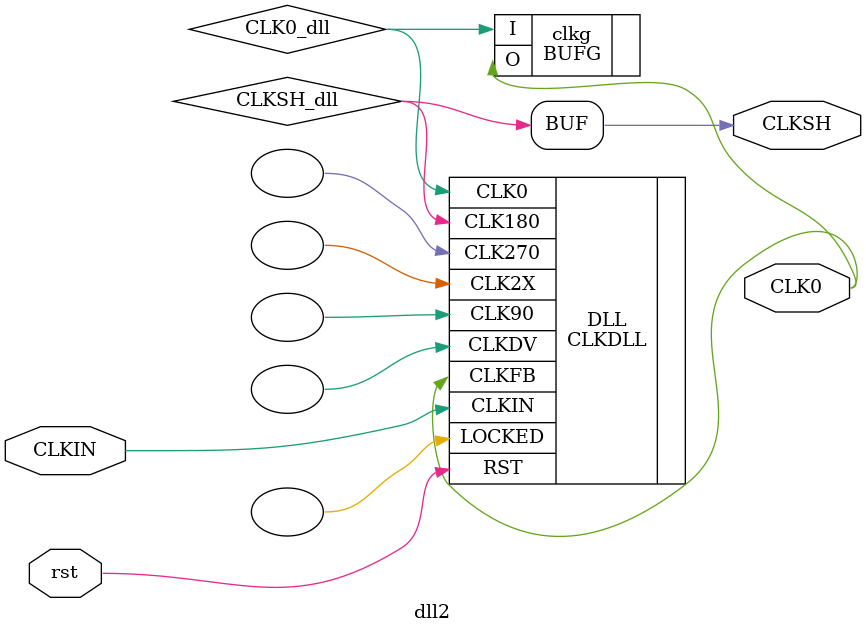
<source format=v>
module dll2 (CLKIN, CLK0, CLKSH, rst);
        input CLKIN, rst;
        output CLKSH, CLK0;

        wire CLK0_dll, CLKSH_dll;

        // this dll is used for double clock phase adjustment
        CLKDLL DLL
        (
        	.CLKIN(CLKIN),
            .CLKFB(CLK0),
            .RST(rst),
	        .CLK0(CLK0_dll),
    	    .CLK90(),
        	.CLK180(CLKSH_dll),
	        .CLK270(),
    	    .CLK2X(),
        	.CLKDV(),
	        .LOCKED()
        );

        BUFG   clkg   (.I(CLK0_dll),   .O(CLK0));
	    assign 	 CLKSH = CLKSH_dll; // removed bufg following tech support advice
endmodule

</source>
